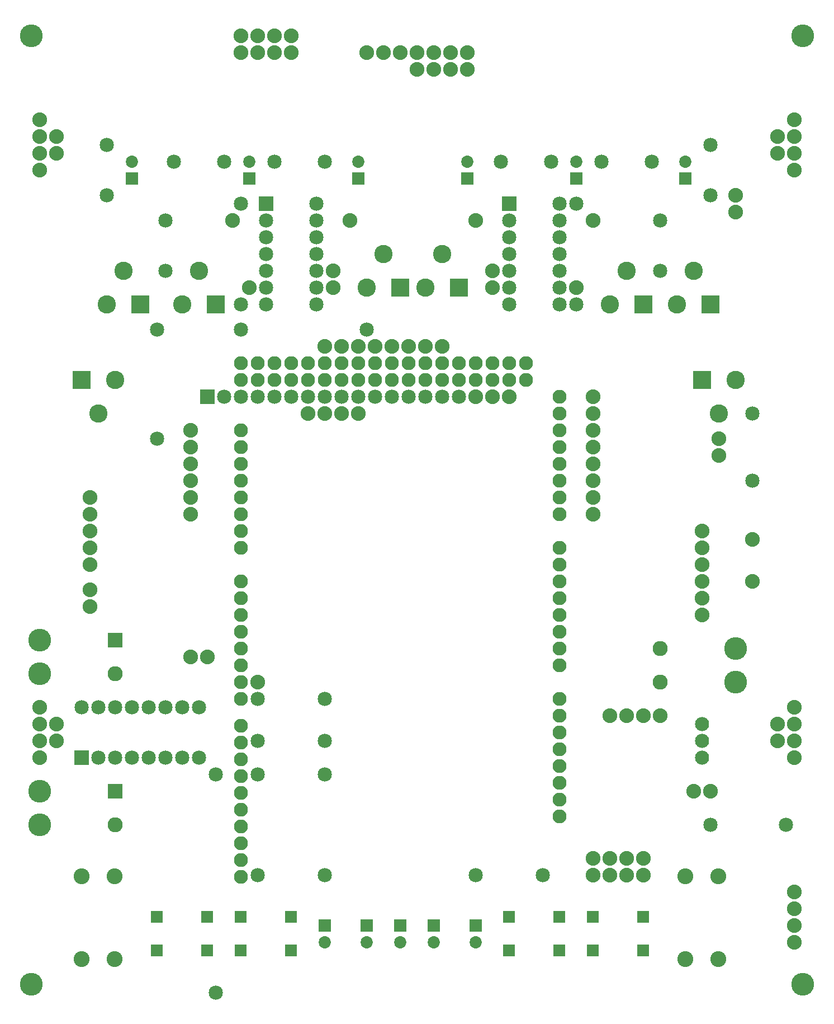
<source format=gbs>
G04 MADE WITH FRITZING*
G04 WWW.FRITZING.ORG*
G04 SINGLE SIDED*
G04 HOLES NOT PLATED*
G04 CONTOUR ON CENTER OF CONTOUR VECTOR*
%ASAXBY*%
%FSLAX23Y23*%
%MOIN*%
%OFA0B0*%
%SFA1.0B1.0*%
%ADD10C,0.135984*%
%ADD11C,0.088000*%
%ADD12C,0.085000*%
%ADD13C,0.109000*%
%ADD14C,0.072992*%
%ADD15C,0.090000*%
%ADD16C,0.082917*%
%ADD17C,0.084000*%
%ADD18C,0.069370*%
%ADD19C,0.095000*%
%ADD20R,0.085000X0.085000*%
%ADD21R,0.109000X0.109000*%
%ADD22R,0.072992X0.072992*%
%ADD23R,0.089986X0.090000*%
%ADD24C,0.030000*%
%ADD25R,0.001000X0.001000*%
%LNMASK0*%
G90*
G70*
G54D10*
X4746Y5823D03*
X146Y5823D03*
X146Y173D03*
X4746Y173D03*
G54D11*
X2146Y5723D03*
X2246Y5723D03*
X2346Y5723D03*
X2446Y5723D03*
X2546Y5723D03*
X2646Y5723D03*
X2746Y5723D03*
X2446Y5623D03*
X2546Y5623D03*
X2646Y5623D03*
X2746Y5623D03*
X4096Y1323D03*
X4196Y1323D03*
X4096Y1323D03*
X4196Y1323D03*
X1096Y2123D03*
X1196Y2123D03*
X1096Y2123D03*
X1196Y2123D03*
X3496Y823D03*
X3596Y823D03*
X3696Y823D03*
X3796Y823D03*
X4146Y2873D03*
X4146Y2773D03*
X4146Y2673D03*
X4146Y2573D03*
X4146Y2473D03*
X4146Y2373D03*
X4146Y2873D03*
X4146Y2773D03*
X4146Y2673D03*
X4146Y2573D03*
X4146Y2473D03*
X4146Y2373D03*
X4696Y423D03*
X4696Y523D03*
X4696Y623D03*
X4696Y723D03*
X3496Y923D03*
X3596Y923D03*
X3696Y923D03*
X3796Y923D03*
X4446Y2573D03*
X4446Y2823D03*
X2896Y4323D03*
X2896Y4423D03*
X2896Y4323D03*
X2896Y4423D03*
X1946Y4323D03*
X1946Y4423D03*
X1946Y4323D03*
X1946Y4423D03*
X3496Y4723D03*
X3396Y4323D03*
X2796Y4723D03*
X2046Y4723D03*
X1346Y4723D03*
X1446Y4323D03*
X1096Y3473D03*
X1096Y3373D03*
X1096Y3273D03*
X1096Y3173D03*
X1096Y3073D03*
X1096Y2973D03*
X1096Y3473D03*
X1096Y3373D03*
X1096Y3273D03*
X1096Y3173D03*
X1096Y3073D03*
X1096Y2973D03*
X3496Y3673D03*
X3496Y3573D03*
X3496Y3473D03*
X3496Y3373D03*
X3496Y3273D03*
X3496Y3173D03*
X3496Y3073D03*
X3496Y2973D03*
X3496Y3673D03*
X3496Y3573D03*
X3496Y3473D03*
X3496Y3373D03*
X3496Y3273D03*
X3496Y3173D03*
X3496Y3073D03*
X3496Y2973D03*
X1896Y3973D03*
X1996Y3973D03*
X2096Y3973D03*
X2196Y3973D03*
X2296Y3973D03*
X2396Y3973D03*
X2496Y3973D03*
X2596Y3973D03*
X1896Y3973D03*
X1996Y3973D03*
X2096Y3973D03*
X2196Y3973D03*
X2296Y3973D03*
X2396Y3973D03*
X2496Y3973D03*
X2596Y3973D03*
X496Y3073D03*
X496Y2973D03*
X496Y2873D03*
X496Y2773D03*
X496Y2673D03*
X496Y3073D03*
X496Y2973D03*
X496Y2873D03*
X496Y2773D03*
X496Y2673D03*
G54D12*
X896Y3423D03*
X896Y4073D03*
G54D11*
X1796Y3573D03*
X1896Y3573D03*
X1996Y3573D03*
X2096Y3573D03*
X496Y2523D03*
X496Y2423D03*
X496Y2523D03*
X496Y2423D03*
G54D12*
X3896Y4423D03*
X3896Y4723D03*
X946Y4423D03*
X946Y4723D03*
G54D11*
X4696Y5023D03*
X4696Y5123D03*
X4696Y5223D03*
X4696Y5323D03*
X4696Y5023D03*
X4696Y5123D03*
X4696Y5223D03*
X4696Y5323D03*
X4696Y1523D03*
X4696Y1623D03*
X4696Y1723D03*
X4696Y1823D03*
X4696Y1523D03*
X4696Y1623D03*
X4696Y1723D03*
X4696Y1823D03*
X196Y1823D03*
X196Y1723D03*
X196Y1623D03*
X196Y1523D03*
X196Y1823D03*
X196Y1723D03*
X196Y1623D03*
X196Y1523D03*
G54D12*
X4196Y1123D03*
X4646Y1123D03*
G54D11*
X4596Y1723D03*
X4596Y1623D03*
X4596Y1723D03*
X4596Y1623D03*
X296Y1723D03*
X296Y1623D03*
X296Y1723D03*
X296Y1623D03*
X196Y5323D03*
X196Y5223D03*
X196Y5123D03*
X196Y5023D03*
X196Y5323D03*
X196Y5223D03*
X196Y5123D03*
X196Y5023D03*
X296Y5223D03*
X296Y5123D03*
X296Y5223D03*
X296Y5123D03*
X4596Y5223D03*
X4596Y5123D03*
X4596Y5223D03*
X4596Y5123D03*
X4346Y4873D03*
X4346Y4773D03*
X4346Y4873D03*
X4346Y4773D03*
G54D12*
X1546Y4823D03*
X1846Y4823D03*
X1546Y4723D03*
X1846Y4723D03*
X1546Y4623D03*
X1846Y4623D03*
X1546Y4523D03*
X1846Y4523D03*
X1546Y4423D03*
X1846Y4423D03*
X1546Y4323D03*
X1846Y4323D03*
X1546Y4223D03*
X1846Y4223D03*
G54D13*
X2496Y4323D03*
X2696Y4323D03*
X2596Y4523D03*
X2496Y4323D03*
X2696Y4323D03*
X2596Y4523D03*
X2146Y4323D03*
X2346Y4323D03*
X2246Y4523D03*
X2146Y4323D03*
X2346Y4323D03*
X2246Y4523D03*
X3996Y4223D03*
X4196Y4223D03*
X4096Y4423D03*
X3996Y4223D03*
X4196Y4223D03*
X4096Y4423D03*
X3596Y4223D03*
X3796Y4223D03*
X3696Y4423D03*
X3596Y4223D03*
X3796Y4223D03*
X3696Y4423D03*
X1046Y4223D03*
X1246Y4223D03*
X1146Y4423D03*
X1046Y4223D03*
X1246Y4223D03*
X1146Y4423D03*
X596Y4223D03*
X796Y4223D03*
X696Y4423D03*
X596Y4223D03*
X796Y4223D03*
X696Y4423D03*
G54D12*
X2146Y4073D03*
X1396Y4073D03*
X3396Y4223D03*
X3396Y4823D03*
X1396Y4223D03*
X1396Y4823D03*
G54D14*
X4046Y4973D03*
X4046Y5071D03*
X4046Y4973D03*
X4046Y5071D03*
X3396Y4973D03*
X3396Y5071D03*
X3396Y4973D03*
X3396Y5071D03*
X2746Y4973D03*
X2746Y5071D03*
X2746Y4973D03*
X2746Y5071D03*
X2096Y4973D03*
X2096Y5071D03*
X2096Y4973D03*
X2096Y5071D03*
X1446Y4973D03*
X1446Y5071D03*
X1446Y4973D03*
X1446Y5071D03*
X746Y4973D03*
X746Y5071D03*
X746Y4973D03*
X746Y5071D03*
G54D12*
X3246Y5073D03*
X2946Y5073D03*
X3246Y5073D03*
X2946Y5073D03*
X3846Y5073D03*
X3546Y5073D03*
X3846Y5073D03*
X3546Y5073D03*
X4196Y5173D03*
X4196Y4873D03*
X4196Y5173D03*
X4196Y4873D03*
X596Y5173D03*
X596Y4873D03*
X596Y5173D03*
X596Y4873D03*
X1896Y5073D03*
X1596Y5073D03*
X1896Y5073D03*
X1596Y5073D03*
X1296Y5073D03*
X996Y5073D03*
X1296Y5073D03*
X996Y5073D03*
G54D15*
X3896Y1973D03*
X3896Y2173D03*
X646Y2223D03*
X646Y2023D03*
X646Y1323D03*
X646Y1123D03*
G54D16*
X3296Y3073D03*
X3296Y1473D03*
X3296Y3173D03*
X3296Y3273D03*
X3296Y3373D03*
X3296Y3473D03*
X1896Y3773D03*
X3296Y3573D03*
X3296Y3673D03*
X1396Y1513D03*
X3296Y2073D03*
X3296Y2173D03*
X3296Y2273D03*
X3296Y2373D03*
X2696Y3773D03*
X3296Y2473D03*
X3296Y2573D03*
X3296Y2673D03*
X3296Y2773D03*
X1396Y2273D03*
X1496Y3773D03*
X2296Y3773D03*
X3096Y3773D03*
X1396Y1113D03*
X3296Y1873D03*
X1396Y1873D03*
X1696Y3773D03*
X2096Y3773D03*
X2496Y3773D03*
X1396Y3473D03*
X2896Y3773D03*
X1396Y3373D03*
X1396Y3273D03*
X1396Y3173D03*
X1396Y3073D03*
X1396Y2973D03*
X1396Y2873D03*
X1396Y2773D03*
X1396Y913D03*
X1396Y1313D03*
X1396Y1713D03*
X3296Y1273D03*
X3296Y1673D03*
X1396Y2473D03*
X1396Y2073D03*
X1396Y3773D03*
X1596Y3773D03*
X1796Y3773D03*
X1996Y3773D03*
X2196Y3773D03*
X2396Y3773D03*
X2596Y3773D03*
X2796Y3773D03*
X2996Y3773D03*
X1396Y813D03*
X1396Y1013D03*
X1396Y1213D03*
X1396Y1413D03*
X1396Y1613D03*
X3296Y1173D03*
X3296Y1373D03*
X3296Y1573D03*
X3296Y1773D03*
X1396Y2573D03*
X1396Y2373D03*
X1396Y2173D03*
X1396Y1973D03*
X1396Y3873D03*
X1496Y3873D03*
X1596Y3873D03*
X1696Y3873D03*
X1796Y3873D03*
X1896Y3873D03*
X1996Y3873D03*
X2096Y3873D03*
X2196Y3873D03*
X2296Y3873D03*
X2396Y3873D03*
X2496Y3873D03*
X2596Y3873D03*
X2696Y3873D03*
X2796Y3873D03*
X2896Y3873D03*
X2996Y3873D03*
X3096Y3873D03*
X3296Y2973D03*
G54D11*
X3896Y1773D03*
X3796Y1773D03*
X3696Y1773D03*
X3596Y1773D03*
X3896Y1773D03*
X3796Y1773D03*
X3696Y1773D03*
X3596Y1773D03*
G54D17*
X4146Y1723D03*
X4146Y1623D03*
X4146Y1523D03*
X4146Y1723D03*
X4146Y1623D03*
X4146Y1523D03*
X4146Y1723D03*
X4146Y1623D03*
X4146Y1523D03*
G54D18*
X3296Y573D03*
X2996Y573D03*
X3296Y373D03*
X2996Y373D03*
X3296Y573D03*
X2996Y573D03*
X3296Y373D03*
X2996Y373D03*
X3296Y573D03*
X2996Y573D03*
X3296Y373D03*
X2996Y373D03*
G54D19*
X4046Y815D03*
X4243Y815D03*
X4243Y323D03*
X4046Y323D03*
X4046Y815D03*
X4243Y815D03*
X4243Y323D03*
X4046Y323D03*
X4046Y815D03*
X4243Y815D03*
X4243Y323D03*
X4046Y323D03*
G54D14*
X1896Y521D03*
X1896Y423D03*
X1896Y521D03*
X1896Y423D03*
X2346Y521D03*
X2346Y423D03*
X2346Y521D03*
X2346Y423D03*
X2146Y521D03*
X2146Y423D03*
X2146Y521D03*
X2146Y423D03*
X2546Y521D03*
X2546Y423D03*
X2546Y521D03*
X2546Y423D03*
X2796Y521D03*
X2796Y423D03*
X2796Y521D03*
X2796Y423D03*
G54D12*
X1896Y823D03*
X1496Y823D03*
X1896Y823D03*
X1496Y823D03*
X1896Y1873D03*
X1496Y1873D03*
X1896Y1873D03*
X1496Y1873D03*
X1896Y1423D03*
X1496Y1423D03*
X1896Y1423D03*
X1496Y1423D03*
X1896Y1623D03*
X1496Y1623D03*
X1896Y1623D03*
X1496Y1623D03*
X2796Y823D03*
X3196Y823D03*
X2796Y823D03*
X3196Y823D03*
X1246Y123D03*
X1246Y1423D03*
X1196Y3673D03*
X1296Y3673D03*
X1396Y3673D03*
X1496Y3673D03*
X1596Y3673D03*
X1696Y3673D03*
X1796Y3673D03*
X1896Y3673D03*
X1996Y3673D03*
X2096Y3673D03*
X2196Y3673D03*
X2296Y3673D03*
X2396Y3673D03*
X2496Y3673D03*
X2596Y3673D03*
X2696Y3673D03*
G54D13*
X646Y3773D03*
X446Y3773D03*
X546Y3573D03*
X646Y3773D03*
X446Y3773D03*
X546Y3573D03*
X4346Y3773D03*
X4146Y3773D03*
X4246Y3573D03*
X4346Y3773D03*
X4146Y3773D03*
X4246Y3573D03*
G54D12*
X4446Y3173D03*
X4446Y3573D03*
X4446Y3173D03*
X4446Y3573D03*
G54D11*
X4246Y3323D03*
X4246Y3423D03*
X4246Y3323D03*
X4246Y3423D03*
G54D12*
X446Y1523D03*
X446Y1823D03*
X546Y1523D03*
X546Y1823D03*
X646Y1523D03*
X646Y1823D03*
X746Y1523D03*
X746Y1823D03*
X846Y1523D03*
X846Y1823D03*
X946Y1523D03*
X946Y1823D03*
X1046Y1523D03*
X1046Y1823D03*
X1146Y1523D03*
X1146Y1823D03*
G54D19*
X446Y815D03*
X643Y815D03*
X643Y323D03*
X446Y323D03*
X446Y815D03*
X643Y815D03*
X643Y323D03*
X446Y323D03*
X446Y815D03*
X643Y815D03*
X643Y323D03*
X446Y323D03*
G54D18*
X1396Y373D03*
X1696Y373D03*
X1396Y573D03*
X1696Y573D03*
X1396Y373D03*
X1696Y373D03*
X1396Y573D03*
X1696Y573D03*
X1396Y373D03*
X1696Y373D03*
X1396Y573D03*
X1696Y573D03*
X896Y373D03*
X1196Y373D03*
X896Y573D03*
X1196Y573D03*
X896Y373D03*
X1196Y373D03*
X896Y573D03*
X1196Y573D03*
X896Y373D03*
X1196Y373D03*
X896Y573D03*
X1196Y573D03*
X3496Y373D03*
X3796Y373D03*
X3496Y573D03*
X3796Y573D03*
X3496Y373D03*
X3796Y373D03*
X3496Y573D03*
X3796Y573D03*
X3496Y373D03*
X3796Y373D03*
X3496Y573D03*
X3796Y573D03*
G54D12*
X2996Y4823D03*
X3296Y4823D03*
X2996Y4723D03*
X3296Y4723D03*
X2996Y4623D03*
X3296Y4623D03*
X2996Y4523D03*
X3296Y4523D03*
X2996Y4423D03*
X3296Y4423D03*
X2996Y4323D03*
X3296Y4323D03*
X2996Y4223D03*
X3296Y4223D03*
G54D10*
X196Y1123D03*
X4346Y1973D03*
X196Y2223D03*
X4346Y2173D03*
X196Y2023D03*
X196Y1323D03*
G54D11*
X1396Y5723D03*
X1496Y5723D03*
X1596Y5723D03*
X1696Y5723D03*
X1396Y5823D03*
X1496Y5823D03*
X1596Y5823D03*
X1696Y5823D03*
X1496Y1973D03*
X2796Y3673D03*
X2896Y3673D03*
X2996Y3673D03*
X2796Y3673D03*
X2896Y3673D03*
X2996Y3673D03*
G54D20*
X1546Y4823D03*
G54D21*
X2696Y4323D03*
X2696Y4323D03*
X2346Y4323D03*
X2346Y4323D03*
X4196Y4223D03*
X4196Y4223D03*
X3796Y4223D03*
X3796Y4223D03*
X1246Y4223D03*
X1246Y4223D03*
X796Y4223D03*
X796Y4223D03*
G54D22*
X4046Y4973D03*
X4046Y4973D03*
X3396Y4973D03*
X3396Y4973D03*
X2746Y4973D03*
X2746Y4973D03*
X2096Y4973D03*
X2096Y4973D03*
X1446Y4973D03*
X1446Y4973D03*
X746Y4973D03*
X746Y4973D03*
G54D23*
X646Y2223D03*
X646Y1323D03*
G54D22*
X1896Y521D03*
X1896Y521D03*
X2346Y521D03*
X2346Y521D03*
X2146Y521D03*
X2146Y521D03*
X2546Y521D03*
X2546Y521D03*
X2796Y521D03*
X2796Y521D03*
G54D20*
X1195Y3673D03*
G54D21*
X446Y3773D03*
X446Y3773D03*
X4146Y3773D03*
X4146Y3773D03*
G54D20*
X446Y1523D03*
X2996Y4823D03*
G54D24*
G36*
X3866Y1943D02*
X3866Y2003D01*
X3926Y2003D01*
X3926Y1943D01*
X3866Y1943D01*
G37*
D02*
G54D25*
X861Y608D02*
X929Y608D01*
X1161Y608D02*
X1229Y608D01*
X1361Y608D02*
X1429Y608D01*
X1661Y608D02*
X1729Y608D01*
X2961Y608D02*
X3029Y608D01*
X3261Y608D02*
X3329Y608D01*
X3461Y608D02*
X3529Y608D01*
X3761Y608D02*
X3829Y608D01*
X861Y607D02*
X929Y607D01*
X1161Y607D02*
X1229Y607D01*
X1361Y607D02*
X1429Y607D01*
X1661Y607D02*
X1729Y607D01*
X2961Y607D02*
X3029Y607D01*
X3261Y607D02*
X3329Y607D01*
X3461Y607D02*
X3529Y607D01*
X3761Y607D02*
X3829Y607D01*
X861Y606D02*
X929Y606D01*
X1161Y606D02*
X1229Y606D01*
X1361Y606D02*
X1429Y606D01*
X1661Y606D02*
X1729Y606D01*
X2961Y606D02*
X3029Y606D01*
X3261Y606D02*
X3329Y606D01*
X3461Y606D02*
X3529Y606D01*
X3761Y606D02*
X3829Y606D01*
X861Y605D02*
X929Y605D01*
X1161Y605D02*
X1229Y605D01*
X1361Y605D02*
X1429Y605D01*
X1661Y605D02*
X1729Y605D01*
X2961Y605D02*
X3029Y605D01*
X3261Y605D02*
X3329Y605D01*
X3461Y605D02*
X3529Y605D01*
X3761Y605D02*
X3829Y605D01*
X861Y604D02*
X929Y604D01*
X1161Y604D02*
X1229Y604D01*
X1361Y604D02*
X1429Y604D01*
X1661Y604D02*
X1729Y604D01*
X2961Y604D02*
X3029Y604D01*
X3261Y604D02*
X3329Y604D01*
X3461Y604D02*
X3529Y604D01*
X3761Y604D02*
X3829Y604D01*
X861Y603D02*
X929Y603D01*
X1161Y603D02*
X1229Y603D01*
X1361Y603D02*
X1429Y603D01*
X1661Y603D02*
X1729Y603D01*
X2961Y603D02*
X3029Y603D01*
X3261Y603D02*
X3329Y603D01*
X3461Y603D02*
X3529Y603D01*
X3761Y603D02*
X3829Y603D01*
X861Y602D02*
X929Y602D01*
X1161Y602D02*
X1229Y602D01*
X1361Y602D02*
X1429Y602D01*
X1661Y602D02*
X1729Y602D01*
X2961Y602D02*
X3029Y602D01*
X3261Y602D02*
X3329Y602D01*
X3461Y602D02*
X3529Y602D01*
X3761Y602D02*
X3829Y602D01*
X861Y601D02*
X929Y601D01*
X1161Y601D02*
X1229Y601D01*
X1361Y601D02*
X1429Y601D01*
X1661Y601D02*
X1729Y601D01*
X2961Y601D02*
X3029Y601D01*
X3261Y601D02*
X3329Y601D01*
X3461Y601D02*
X3529Y601D01*
X3761Y601D02*
X3829Y601D01*
X861Y600D02*
X929Y600D01*
X1161Y600D02*
X1229Y600D01*
X1361Y600D02*
X1429Y600D01*
X1661Y600D02*
X1729Y600D01*
X2961Y600D02*
X3029Y600D01*
X3261Y600D02*
X3329Y600D01*
X3461Y600D02*
X3529Y600D01*
X3761Y600D02*
X3829Y600D01*
X861Y599D02*
X929Y599D01*
X1161Y599D02*
X1229Y599D01*
X1361Y599D02*
X1429Y599D01*
X1661Y599D02*
X1729Y599D01*
X2961Y599D02*
X3029Y599D01*
X3261Y599D02*
X3329Y599D01*
X3461Y599D02*
X3529Y599D01*
X3761Y599D02*
X3829Y599D01*
X861Y598D02*
X929Y598D01*
X1161Y598D02*
X1229Y598D01*
X1361Y598D02*
X1429Y598D01*
X1661Y598D02*
X1729Y598D01*
X2961Y598D02*
X3029Y598D01*
X3261Y598D02*
X3329Y598D01*
X3461Y598D02*
X3529Y598D01*
X3761Y598D02*
X3829Y598D01*
X861Y597D02*
X929Y597D01*
X1161Y597D02*
X1229Y597D01*
X1361Y597D02*
X1429Y597D01*
X1661Y597D02*
X1729Y597D01*
X2961Y597D02*
X3029Y597D01*
X3261Y597D02*
X3329Y597D01*
X3461Y597D02*
X3529Y597D01*
X3761Y597D02*
X3829Y597D01*
X861Y596D02*
X929Y596D01*
X1161Y596D02*
X1229Y596D01*
X1361Y596D02*
X1429Y596D01*
X1661Y596D02*
X1729Y596D01*
X2961Y596D02*
X3029Y596D01*
X3261Y596D02*
X3329Y596D01*
X3461Y596D02*
X3529Y596D01*
X3761Y596D02*
X3829Y596D01*
X861Y595D02*
X929Y595D01*
X1161Y595D02*
X1229Y595D01*
X1361Y595D02*
X1429Y595D01*
X1661Y595D02*
X1729Y595D01*
X2961Y595D02*
X3029Y595D01*
X3261Y595D02*
X3329Y595D01*
X3461Y595D02*
X3529Y595D01*
X3761Y595D02*
X3829Y595D01*
X861Y594D02*
X929Y594D01*
X1161Y594D02*
X1229Y594D01*
X1361Y594D02*
X1429Y594D01*
X1661Y594D02*
X1729Y594D01*
X2961Y594D02*
X3029Y594D01*
X3261Y594D02*
X3329Y594D01*
X3461Y594D02*
X3529Y594D01*
X3761Y594D02*
X3829Y594D01*
X861Y593D02*
X929Y593D01*
X1161Y593D02*
X1229Y593D01*
X1361Y593D02*
X1429Y593D01*
X1661Y593D02*
X1729Y593D01*
X2961Y593D02*
X3029Y593D01*
X3261Y593D02*
X3329Y593D01*
X3461Y593D02*
X3529Y593D01*
X3761Y593D02*
X3829Y593D01*
X861Y592D02*
X929Y592D01*
X1161Y592D02*
X1229Y592D01*
X1361Y592D02*
X1429Y592D01*
X1661Y592D02*
X1729Y592D01*
X2961Y592D02*
X3029Y592D01*
X3261Y592D02*
X3329Y592D01*
X3461Y592D02*
X3529Y592D01*
X3761Y592D02*
X3829Y592D01*
X861Y591D02*
X929Y591D01*
X1161Y591D02*
X1229Y591D01*
X1361Y591D02*
X1429Y591D01*
X1661Y591D02*
X1729Y591D01*
X2961Y591D02*
X3029Y591D01*
X3261Y591D02*
X3329Y591D01*
X3461Y591D02*
X3529Y591D01*
X3761Y591D02*
X3829Y591D01*
X861Y590D02*
X929Y590D01*
X1161Y590D02*
X1229Y590D01*
X1361Y590D02*
X1429Y590D01*
X1661Y590D02*
X1729Y590D01*
X2961Y590D02*
X3029Y590D01*
X3261Y590D02*
X3329Y590D01*
X3461Y590D02*
X3529Y590D01*
X3761Y590D02*
X3829Y590D01*
X861Y589D02*
X929Y589D01*
X1161Y589D02*
X1229Y589D01*
X1361Y589D02*
X1429Y589D01*
X1661Y589D02*
X1729Y589D01*
X2961Y589D02*
X3029Y589D01*
X3261Y589D02*
X3329Y589D01*
X3461Y589D02*
X3529Y589D01*
X3761Y589D02*
X3829Y589D01*
X861Y588D02*
X893Y588D01*
X897Y588D02*
X929Y588D01*
X1161Y588D02*
X1193Y588D01*
X1197Y588D02*
X1229Y588D01*
X1361Y588D02*
X1393Y588D01*
X1397Y588D02*
X1429Y588D01*
X1661Y588D02*
X1693Y588D01*
X1697Y588D02*
X1729Y588D01*
X2961Y588D02*
X2993Y588D01*
X2997Y588D02*
X3029Y588D01*
X3261Y588D02*
X3293Y588D01*
X3297Y588D02*
X3329Y588D01*
X3461Y588D02*
X3493Y588D01*
X3497Y588D02*
X3529Y588D01*
X3761Y588D02*
X3793Y588D01*
X3797Y588D02*
X3829Y588D01*
X861Y587D02*
X889Y587D01*
X901Y587D02*
X929Y587D01*
X1161Y587D02*
X1189Y587D01*
X1201Y587D02*
X1229Y587D01*
X1361Y587D02*
X1389Y587D01*
X1401Y587D02*
X1429Y587D01*
X1661Y587D02*
X1689Y587D01*
X1701Y587D02*
X1729Y587D01*
X2961Y587D02*
X2989Y587D01*
X3001Y587D02*
X3029Y587D01*
X3261Y587D02*
X3289Y587D01*
X3301Y587D02*
X3329Y587D01*
X3461Y587D02*
X3489Y587D01*
X3501Y587D02*
X3529Y587D01*
X3761Y587D02*
X3789Y587D01*
X3801Y587D02*
X3829Y587D01*
X861Y586D02*
X887Y586D01*
X903Y586D02*
X929Y586D01*
X1161Y586D02*
X1187Y586D01*
X1203Y586D02*
X1229Y586D01*
X1361Y586D02*
X1387Y586D01*
X1403Y586D02*
X1429Y586D01*
X1661Y586D02*
X1687Y586D01*
X1703Y586D02*
X1729Y586D01*
X2961Y586D02*
X2987Y586D01*
X3003Y586D02*
X3029Y586D01*
X3261Y586D02*
X3287Y586D01*
X3303Y586D02*
X3329Y586D01*
X3461Y586D02*
X3487Y586D01*
X3503Y586D02*
X3529Y586D01*
X3761Y586D02*
X3787Y586D01*
X3803Y586D02*
X3829Y586D01*
X861Y585D02*
X886Y585D01*
X905Y585D02*
X929Y585D01*
X1161Y585D02*
X1186Y585D01*
X1205Y585D02*
X1229Y585D01*
X1361Y585D02*
X1386Y585D01*
X1405Y585D02*
X1429Y585D01*
X1661Y585D02*
X1686Y585D01*
X1705Y585D02*
X1729Y585D01*
X2961Y585D02*
X2985Y585D01*
X3005Y585D02*
X3029Y585D01*
X3261Y585D02*
X3285Y585D01*
X3305Y585D02*
X3329Y585D01*
X3461Y585D02*
X3485Y585D01*
X3504Y585D02*
X3529Y585D01*
X3761Y585D02*
X3785Y585D01*
X3804Y585D02*
X3829Y585D01*
X861Y584D02*
X884Y584D01*
X906Y584D02*
X929Y584D01*
X1161Y584D02*
X1184Y584D01*
X1206Y584D02*
X1229Y584D01*
X1361Y584D02*
X1384Y584D01*
X1406Y584D02*
X1429Y584D01*
X1661Y584D02*
X1684Y584D01*
X1706Y584D02*
X1729Y584D01*
X2961Y584D02*
X2984Y584D01*
X3006Y584D02*
X3029Y584D01*
X3261Y584D02*
X3284Y584D01*
X3306Y584D02*
X3329Y584D01*
X3461Y584D02*
X3484Y584D01*
X3506Y584D02*
X3529Y584D01*
X3761Y584D02*
X3784Y584D01*
X3806Y584D02*
X3829Y584D01*
X861Y583D02*
X884Y583D01*
X907Y583D02*
X929Y583D01*
X1161Y583D02*
X1183Y583D01*
X1207Y583D02*
X1229Y583D01*
X1361Y583D02*
X1383Y583D01*
X1407Y583D02*
X1429Y583D01*
X1661Y583D02*
X1683Y583D01*
X1707Y583D02*
X1729Y583D01*
X2961Y583D02*
X2983Y583D01*
X3007Y583D02*
X3029Y583D01*
X3261Y583D02*
X3283Y583D01*
X3307Y583D02*
X3329Y583D01*
X3461Y583D02*
X3483Y583D01*
X3507Y583D02*
X3529Y583D01*
X3761Y583D02*
X3783Y583D01*
X3807Y583D02*
X3829Y583D01*
X861Y582D02*
X883Y582D01*
X908Y582D02*
X929Y582D01*
X1161Y582D02*
X1183Y582D01*
X1208Y582D02*
X1229Y582D01*
X1361Y582D02*
X1383Y582D01*
X1408Y582D02*
X1429Y582D01*
X1661Y582D02*
X1683Y582D01*
X1708Y582D02*
X1729Y582D01*
X2961Y582D02*
X2983Y582D01*
X3007Y582D02*
X3029Y582D01*
X3261Y582D02*
X3283Y582D01*
X3307Y582D02*
X3329Y582D01*
X3461Y582D02*
X3483Y582D01*
X3507Y582D02*
X3529Y582D01*
X3761Y582D02*
X3783Y582D01*
X3807Y582D02*
X3829Y582D01*
X861Y581D02*
X882Y581D01*
X908Y581D02*
X929Y581D01*
X1161Y581D02*
X1182Y581D01*
X1208Y581D02*
X1229Y581D01*
X1361Y581D02*
X1382Y581D01*
X1408Y581D02*
X1429Y581D01*
X1661Y581D02*
X1682Y581D01*
X1708Y581D02*
X1729Y581D01*
X2961Y581D02*
X2982Y581D01*
X3008Y581D02*
X3029Y581D01*
X3261Y581D02*
X3282Y581D01*
X3308Y581D02*
X3329Y581D01*
X3461Y581D02*
X3482Y581D01*
X3508Y581D02*
X3529Y581D01*
X3761Y581D02*
X3782Y581D01*
X3808Y581D02*
X3829Y581D01*
X861Y580D02*
X881Y580D01*
X909Y580D02*
X929Y580D01*
X1161Y580D02*
X1181Y580D01*
X1209Y580D02*
X1229Y580D01*
X1361Y580D02*
X1381Y580D01*
X1409Y580D02*
X1429Y580D01*
X1661Y580D02*
X1681Y580D01*
X1709Y580D02*
X1729Y580D01*
X2961Y580D02*
X2981Y580D01*
X3009Y580D02*
X3029Y580D01*
X3261Y580D02*
X3281Y580D01*
X3309Y580D02*
X3329Y580D01*
X3461Y580D02*
X3481Y580D01*
X3509Y580D02*
X3529Y580D01*
X3761Y580D02*
X3781Y580D01*
X3809Y580D02*
X3829Y580D01*
X861Y579D02*
X881Y579D01*
X909Y579D02*
X929Y579D01*
X1161Y579D02*
X1181Y579D01*
X1209Y579D02*
X1229Y579D01*
X1361Y579D02*
X1381Y579D01*
X1409Y579D02*
X1429Y579D01*
X1661Y579D02*
X1681Y579D01*
X1709Y579D02*
X1729Y579D01*
X2961Y579D02*
X2981Y579D01*
X3009Y579D02*
X3029Y579D01*
X3261Y579D02*
X3281Y579D01*
X3309Y579D02*
X3329Y579D01*
X3461Y579D02*
X3481Y579D01*
X3509Y579D02*
X3529Y579D01*
X3761Y579D02*
X3781Y579D01*
X3809Y579D02*
X3829Y579D01*
X861Y578D02*
X881Y578D01*
X910Y578D02*
X929Y578D01*
X1161Y578D02*
X1181Y578D01*
X1210Y578D02*
X1229Y578D01*
X1361Y578D02*
X1381Y578D01*
X1410Y578D02*
X1429Y578D01*
X1661Y578D02*
X1681Y578D01*
X1710Y578D02*
X1729Y578D01*
X2961Y578D02*
X2981Y578D01*
X3009Y578D02*
X3029Y578D01*
X3261Y578D02*
X3281Y578D01*
X3309Y578D02*
X3329Y578D01*
X3461Y578D02*
X3480Y578D01*
X3509Y578D02*
X3529Y578D01*
X3761Y578D02*
X3780Y578D01*
X3809Y578D02*
X3829Y578D01*
X861Y577D02*
X880Y577D01*
X910Y577D02*
X929Y577D01*
X1161Y577D02*
X1180Y577D01*
X1210Y577D02*
X1229Y577D01*
X1361Y577D02*
X1380Y577D01*
X1410Y577D02*
X1429Y577D01*
X1661Y577D02*
X1680Y577D01*
X1710Y577D02*
X1729Y577D01*
X2961Y577D02*
X2980Y577D01*
X3010Y577D02*
X3029Y577D01*
X3261Y577D02*
X3280Y577D01*
X3310Y577D02*
X3329Y577D01*
X3461Y577D02*
X3480Y577D01*
X3510Y577D02*
X3529Y577D01*
X3761Y577D02*
X3780Y577D01*
X3810Y577D02*
X3829Y577D01*
X861Y576D02*
X880Y576D01*
X910Y576D02*
X929Y576D01*
X1161Y576D02*
X1180Y576D01*
X1210Y576D02*
X1229Y576D01*
X1361Y576D02*
X1380Y576D01*
X1410Y576D02*
X1429Y576D01*
X1661Y576D02*
X1680Y576D01*
X1710Y576D02*
X1729Y576D01*
X2961Y576D02*
X2980Y576D01*
X3010Y576D02*
X3029Y576D01*
X3261Y576D02*
X3280Y576D01*
X3310Y576D02*
X3329Y576D01*
X3461Y576D02*
X3480Y576D01*
X3510Y576D02*
X3529Y576D01*
X3761Y576D02*
X3780Y576D01*
X3810Y576D02*
X3829Y576D01*
X861Y575D02*
X880Y575D01*
X910Y575D02*
X929Y575D01*
X1161Y575D02*
X1180Y575D01*
X1210Y575D02*
X1229Y575D01*
X1361Y575D02*
X1380Y575D01*
X1410Y575D02*
X1429Y575D01*
X1661Y575D02*
X1680Y575D01*
X1710Y575D02*
X1729Y575D01*
X2961Y575D02*
X2980Y575D01*
X3010Y575D02*
X3029Y575D01*
X3261Y575D02*
X3280Y575D01*
X3310Y575D02*
X3329Y575D01*
X3461Y575D02*
X3480Y575D01*
X3510Y575D02*
X3529Y575D01*
X3761Y575D02*
X3780Y575D01*
X3810Y575D02*
X3829Y575D01*
X861Y574D02*
X880Y574D01*
X910Y574D02*
X929Y574D01*
X1161Y574D02*
X1180Y574D01*
X1210Y574D02*
X1229Y574D01*
X1361Y574D02*
X1380Y574D01*
X1410Y574D02*
X1429Y574D01*
X1661Y574D02*
X1680Y574D01*
X1710Y574D02*
X1729Y574D01*
X2961Y574D02*
X2980Y574D01*
X3010Y574D02*
X3029Y574D01*
X3261Y574D02*
X3280Y574D01*
X3310Y574D02*
X3329Y574D01*
X3461Y574D02*
X3480Y574D01*
X3510Y574D02*
X3529Y574D01*
X3761Y574D02*
X3780Y574D01*
X3810Y574D02*
X3829Y574D01*
X861Y573D02*
X880Y573D01*
X910Y573D02*
X929Y573D01*
X1161Y573D02*
X1180Y573D01*
X1210Y573D02*
X1229Y573D01*
X1361Y573D02*
X1380Y573D01*
X1410Y573D02*
X1429Y573D01*
X1661Y573D02*
X1680Y573D01*
X1710Y573D02*
X1729Y573D01*
X2961Y573D02*
X2980Y573D01*
X3010Y573D02*
X3029Y573D01*
X3261Y573D02*
X3280Y573D01*
X3310Y573D02*
X3329Y573D01*
X3461Y573D02*
X3480Y573D01*
X3510Y573D02*
X3529Y573D01*
X3761Y573D02*
X3780Y573D01*
X3810Y573D02*
X3829Y573D01*
X861Y572D02*
X880Y572D01*
X910Y572D02*
X929Y572D01*
X1161Y572D02*
X1180Y572D01*
X1210Y572D02*
X1229Y572D01*
X1361Y572D02*
X1380Y572D01*
X1410Y572D02*
X1429Y572D01*
X1661Y572D02*
X1680Y572D01*
X1710Y572D02*
X1729Y572D01*
X2961Y572D02*
X2980Y572D01*
X3010Y572D02*
X3029Y572D01*
X3261Y572D02*
X3280Y572D01*
X3310Y572D02*
X3329Y572D01*
X3461Y572D02*
X3480Y572D01*
X3510Y572D02*
X3529Y572D01*
X3761Y572D02*
X3780Y572D01*
X3810Y572D02*
X3829Y572D01*
X861Y571D02*
X880Y571D01*
X910Y571D02*
X929Y571D01*
X1161Y571D02*
X1180Y571D01*
X1210Y571D02*
X1229Y571D01*
X1361Y571D02*
X1380Y571D01*
X1410Y571D02*
X1429Y571D01*
X1661Y571D02*
X1680Y571D01*
X1710Y571D02*
X1729Y571D01*
X2961Y571D02*
X2980Y571D01*
X3010Y571D02*
X3029Y571D01*
X3261Y571D02*
X3280Y571D01*
X3310Y571D02*
X3329Y571D01*
X3461Y571D02*
X3480Y571D01*
X3510Y571D02*
X3529Y571D01*
X3761Y571D02*
X3780Y571D01*
X3810Y571D02*
X3829Y571D01*
X861Y570D02*
X880Y570D01*
X910Y570D02*
X929Y570D01*
X1161Y570D02*
X1180Y570D01*
X1210Y570D02*
X1229Y570D01*
X1361Y570D02*
X1380Y570D01*
X1410Y570D02*
X1429Y570D01*
X1661Y570D02*
X1680Y570D01*
X1710Y570D02*
X1729Y570D01*
X2961Y570D02*
X2980Y570D01*
X3010Y570D02*
X3029Y570D01*
X3261Y570D02*
X3280Y570D01*
X3310Y570D02*
X3329Y570D01*
X3461Y570D02*
X3480Y570D01*
X3510Y570D02*
X3529Y570D01*
X3761Y570D02*
X3780Y570D01*
X3810Y570D02*
X3829Y570D01*
X861Y569D02*
X881Y569D01*
X910Y569D02*
X929Y569D01*
X1161Y569D02*
X1181Y569D01*
X1210Y569D02*
X1229Y569D01*
X1361Y569D02*
X1381Y569D01*
X1410Y569D02*
X1429Y569D01*
X1661Y569D02*
X1681Y569D01*
X1710Y569D02*
X1729Y569D01*
X2961Y569D02*
X2980Y569D01*
X3010Y569D02*
X3029Y569D01*
X3261Y569D02*
X3280Y569D01*
X3309Y569D02*
X3329Y569D01*
X3461Y569D02*
X3480Y569D01*
X3509Y569D02*
X3529Y569D01*
X3761Y569D02*
X3780Y569D01*
X3809Y569D02*
X3829Y569D01*
X861Y568D02*
X881Y568D01*
X909Y568D02*
X929Y568D01*
X1161Y568D02*
X1181Y568D01*
X1209Y568D02*
X1229Y568D01*
X1361Y568D02*
X1381Y568D01*
X1409Y568D02*
X1429Y568D01*
X1661Y568D02*
X1681Y568D01*
X1709Y568D02*
X1729Y568D01*
X2961Y568D02*
X2981Y568D01*
X3009Y568D02*
X3029Y568D01*
X3261Y568D02*
X3281Y568D01*
X3309Y568D02*
X3329Y568D01*
X3461Y568D02*
X3481Y568D01*
X3509Y568D02*
X3529Y568D01*
X3761Y568D02*
X3781Y568D01*
X3809Y568D02*
X3829Y568D01*
X861Y567D02*
X881Y567D01*
X909Y567D02*
X929Y567D01*
X1161Y567D02*
X1181Y567D01*
X1209Y567D02*
X1229Y567D01*
X1361Y567D02*
X1381Y567D01*
X1409Y567D02*
X1429Y567D01*
X1661Y567D02*
X1681Y567D01*
X1709Y567D02*
X1729Y567D01*
X2961Y567D02*
X2981Y567D01*
X3009Y567D02*
X3029Y567D01*
X3261Y567D02*
X3281Y567D01*
X3309Y567D02*
X3329Y567D01*
X3461Y567D02*
X3481Y567D01*
X3509Y567D02*
X3529Y567D01*
X3761Y567D02*
X3781Y567D01*
X3809Y567D02*
X3829Y567D01*
X861Y566D02*
X882Y566D01*
X908Y566D02*
X929Y566D01*
X1161Y566D02*
X1182Y566D01*
X1208Y566D02*
X1229Y566D01*
X1361Y566D02*
X1382Y566D01*
X1408Y566D02*
X1429Y566D01*
X1661Y566D02*
X1682Y566D01*
X1708Y566D02*
X1729Y566D01*
X2961Y566D02*
X2982Y566D01*
X3008Y566D02*
X3029Y566D01*
X3261Y566D02*
X3282Y566D01*
X3308Y566D02*
X3329Y566D01*
X3461Y566D02*
X3482Y566D01*
X3508Y566D02*
X3529Y566D01*
X3761Y566D02*
X3782Y566D01*
X3808Y566D02*
X3829Y566D01*
X861Y565D02*
X883Y565D01*
X908Y565D02*
X929Y565D01*
X1161Y565D02*
X1183Y565D01*
X1208Y565D02*
X1229Y565D01*
X1361Y565D02*
X1383Y565D01*
X1408Y565D02*
X1429Y565D01*
X1661Y565D02*
X1683Y565D01*
X1708Y565D02*
X1729Y565D01*
X2961Y565D02*
X2982Y565D01*
X3008Y565D02*
X3029Y565D01*
X3261Y565D02*
X3282Y565D01*
X3307Y565D02*
X3329Y565D01*
X3461Y565D02*
X3482Y565D01*
X3507Y565D02*
X3529Y565D01*
X3761Y565D02*
X3782Y565D01*
X3807Y565D02*
X3829Y565D01*
X861Y564D02*
X883Y564D01*
X907Y564D02*
X929Y564D01*
X1161Y564D02*
X1183Y564D01*
X1207Y564D02*
X1229Y564D01*
X1361Y564D02*
X1383Y564D01*
X1407Y564D02*
X1429Y564D01*
X1661Y564D02*
X1683Y564D01*
X1707Y564D02*
X1729Y564D01*
X2961Y564D02*
X2983Y564D01*
X3007Y564D02*
X3029Y564D01*
X3261Y564D02*
X3283Y564D01*
X3307Y564D02*
X3329Y564D01*
X3461Y564D02*
X3483Y564D01*
X3507Y564D02*
X3529Y564D01*
X3761Y564D02*
X3783Y564D01*
X3807Y564D02*
X3829Y564D01*
X861Y563D02*
X884Y563D01*
X906Y563D02*
X929Y563D01*
X1161Y563D02*
X1184Y563D01*
X1206Y563D02*
X1229Y563D01*
X1361Y563D02*
X1384Y563D01*
X1406Y563D02*
X1429Y563D01*
X1661Y563D02*
X1684Y563D01*
X1706Y563D02*
X1729Y563D01*
X2961Y563D02*
X2984Y563D01*
X3006Y563D02*
X3029Y563D01*
X3261Y563D02*
X3284Y563D01*
X3306Y563D02*
X3329Y563D01*
X3461Y563D02*
X3484Y563D01*
X3506Y563D02*
X3529Y563D01*
X3761Y563D02*
X3784Y563D01*
X3806Y563D02*
X3829Y563D01*
X861Y562D02*
X885Y562D01*
X905Y562D02*
X929Y562D01*
X1161Y562D02*
X1185Y562D01*
X1205Y562D02*
X1229Y562D01*
X1361Y562D02*
X1385Y562D01*
X1405Y562D02*
X1429Y562D01*
X1661Y562D02*
X1685Y562D01*
X1705Y562D02*
X1729Y562D01*
X2961Y562D02*
X2985Y562D01*
X3005Y562D02*
X3029Y562D01*
X3261Y562D02*
X3285Y562D01*
X3305Y562D02*
X3329Y562D01*
X3461Y562D02*
X3485Y562D01*
X3505Y562D02*
X3529Y562D01*
X3761Y562D02*
X3785Y562D01*
X3805Y562D02*
X3829Y562D01*
X861Y561D02*
X887Y561D01*
X903Y561D02*
X929Y561D01*
X1161Y561D02*
X1187Y561D01*
X1203Y561D02*
X1229Y561D01*
X1361Y561D02*
X1387Y561D01*
X1403Y561D02*
X1429Y561D01*
X1661Y561D02*
X1687Y561D01*
X1703Y561D02*
X1729Y561D01*
X2961Y561D02*
X2987Y561D01*
X3003Y561D02*
X3029Y561D01*
X3261Y561D02*
X3287Y561D01*
X3303Y561D02*
X3329Y561D01*
X3461Y561D02*
X3487Y561D01*
X3503Y561D02*
X3529Y561D01*
X3761Y561D02*
X3787Y561D01*
X3803Y561D02*
X3829Y561D01*
X861Y560D02*
X889Y560D01*
X902Y560D02*
X929Y560D01*
X1161Y560D02*
X1189Y560D01*
X1202Y560D02*
X1229Y560D01*
X1361Y560D02*
X1389Y560D01*
X1402Y560D02*
X1429Y560D01*
X1661Y560D02*
X1689Y560D01*
X1702Y560D02*
X1729Y560D01*
X2961Y560D02*
X2988Y560D01*
X3002Y560D02*
X3029Y560D01*
X3261Y560D02*
X3288Y560D01*
X3302Y560D02*
X3329Y560D01*
X3461Y560D02*
X3488Y560D01*
X3502Y560D02*
X3529Y560D01*
X3761Y560D02*
X3788Y560D01*
X3802Y560D02*
X3829Y560D01*
X861Y559D02*
X892Y559D01*
X898Y559D02*
X929Y559D01*
X1161Y559D02*
X1192Y559D01*
X1198Y559D02*
X1229Y559D01*
X1361Y559D02*
X1392Y559D01*
X1398Y559D02*
X1429Y559D01*
X1661Y559D02*
X1692Y559D01*
X1698Y559D02*
X1729Y559D01*
X2961Y559D02*
X2992Y559D01*
X2998Y559D02*
X3029Y559D01*
X3261Y559D02*
X3292Y559D01*
X3298Y559D02*
X3329Y559D01*
X3461Y559D02*
X3492Y559D01*
X3498Y559D02*
X3529Y559D01*
X3761Y559D02*
X3792Y559D01*
X3798Y559D02*
X3829Y559D01*
X861Y558D02*
X929Y558D01*
X1161Y558D02*
X1229Y558D01*
X1361Y558D02*
X1429Y558D01*
X1661Y558D02*
X1729Y558D01*
X2961Y558D02*
X3029Y558D01*
X3261Y558D02*
X3329Y558D01*
X3461Y558D02*
X3529Y558D01*
X3761Y558D02*
X3829Y558D01*
X861Y557D02*
X929Y557D01*
X1161Y557D02*
X1229Y557D01*
X1361Y557D02*
X1429Y557D01*
X1661Y557D02*
X1729Y557D01*
X2961Y557D02*
X3029Y557D01*
X3261Y557D02*
X3329Y557D01*
X3461Y557D02*
X3529Y557D01*
X3761Y557D02*
X3829Y557D01*
X861Y556D02*
X929Y556D01*
X1161Y556D02*
X1229Y556D01*
X1361Y556D02*
X1429Y556D01*
X1661Y556D02*
X1729Y556D01*
X2961Y556D02*
X3029Y556D01*
X3261Y556D02*
X3329Y556D01*
X3461Y556D02*
X3529Y556D01*
X3761Y556D02*
X3829Y556D01*
X861Y555D02*
X929Y555D01*
X1161Y555D02*
X1229Y555D01*
X1361Y555D02*
X1429Y555D01*
X1661Y555D02*
X1729Y555D01*
X2961Y555D02*
X3029Y555D01*
X3261Y555D02*
X3329Y555D01*
X3461Y555D02*
X3529Y555D01*
X3761Y555D02*
X3829Y555D01*
X861Y554D02*
X929Y554D01*
X1161Y554D02*
X1229Y554D01*
X1361Y554D02*
X1429Y554D01*
X1661Y554D02*
X1729Y554D01*
X2961Y554D02*
X3029Y554D01*
X3261Y554D02*
X3329Y554D01*
X3461Y554D02*
X3529Y554D01*
X3761Y554D02*
X3829Y554D01*
X861Y553D02*
X929Y553D01*
X1161Y553D02*
X1229Y553D01*
X1361Y553D02*
X1429Y553D01*
X1661Y553D02*
X1729Y553D01*
X2961Y553D02*
X3029Y553D01*
X3261Y553D02*
X3329Y553D01*
X3461Y553D02*
X3529Y553D01*
X3761Y553D02*
X3829Y553D01*
X861Y552D02*
X929Y552D01*
X1161Y552D02*
X1229Y552D01*
X1361Y552D02*
X1429Y552D01*
X1661Y552D02*
X1729Y552D01*
X2961Y552D02*
X3029Y552D01*
X3261Y552D02*
X3329Y552D01*
X3461Y552D02*
X3529Y552D01*
X3761Y552D02*
X3829Y552D01*
X861Y551D02*
X929Y551D01*
X1161Y551D02*
X1229Y551D01*
X1361Y551D02*
X1429Y551D01*
X1661Y551D02*
X1729Y551D01*
X2961Y551D02*
X3029Y551D01*
X3261Y551D02*
X3329Y551D01*
X3461Y551D02*
X3529Y551D01*
X3761Y551D02*
X3829Y551D01*
X861Y550D02*
X929Y550D01*
X1161Y550D02*
X1229Y550D01*
X1361Y550D02*
X1429Y550D01*
X1661Y550D02*
X1729Y550D01*
X2961Y550D02*
X3029Y550D01*
X3261Y550D02*
X3329Y550D01*
X3461Y550D02*
X3529Y550D01*
X3761Y550D02*
X3829Y550D01*
X861Y549D02*
X929Y549D01*
X1161Y549D02*
X1229Y549D01*
X1361Y549D02*
X1429Y549D01*
X1661Y549D02*
X1729Y549D01*
X2961Y549D02*
X3029Y549D01*
X3261Y549D02*
X3329Y549D01*
X3461Y549D02*
X3529Y549D01*
X3761Y549D02*
X3829Y549D01*
X861Y548D02*
X929Y548D01*
X1161Y548D02*
X1229Y548D01*
X1361Y548D02*
X1429Y548D01*
X1661Y548D02*
X1729Y548D01*
X2961Y548D02*
X3029Y548D01*
X3261Y548D02*
X3329Y548D01*
X3461Y548D02*
X3529Y548D01*
X3761Y548D02*
X3829Y548D01*
X861Y547D02*
X929Y547D01*
X1161Y547D02*
X1229Y547D01*
X1361Y547D02*
X1429Y547D01*
X1661Y547D02*
X1729Y547D01*
X2961Y547D02*
X3029Y547D01*
X3261Y547D02*
X3329Y547D01*
X3461Y547D02*
X3529Y547D01*
X3761Y547D02*
X3829Y547D01*
X861Y546D02*
X929Y546D01*
X1161Y546D02*
X1229Y546D01*
X1361Y546D02*
X1429Y546D01*
X1661Y546D02*
X1729Y546D01*
X2961Y546D02*
X3029Y546D01*
X3261Y546D02*
X3329Y546D01*
X3461Y546D02*
X3529Y546D01*
X3761Y546D02*
X3829Y546D01*
X861Y545D02*
X929Y545D01*
X1161Y545D02*
X1229Y545D01*
X1361Y545D02*
X1429Y545D01*
X1661Y545D02*
X1729Y545D01*
X2961Y545D02*
X3029Y545D01*
X3261Y545D02*
X3329Y545D01*
X3461Y545D02*
X3529Y545D01*
X3761Y545D02*
X3829Y545D01*
X861Y544D02*
X929Y544D01*
X1161Y544D02*
X1229Y544D01*
X1361Y544D02*
X1429Y544D01*
X1661Y544D02*
X1729Y544D01*
X2961Y544D02*
X3029Y544D01*
X3261Y544D02*
X3329Y544D01*
X3461Y544D02*
X3529Y544D01*
X3761Y544D02*
X3829Y544D01*
X861Y543D02*
X929Y543D01*
X1161Y543D02*
X1229Y543D01*
X1361Y543D02*
X1429Y543D01*
X1661Y543D02*
X1729Y543D01*
X2961Y543D02*
X3029Y543D01*
X3261Y543D02*
X3329Y543D01*
X3461Y543D02*
X3529Y543D01*
X3761Y543D02*
X3829Y543D01*
X861Y542D02*
X929Y542D01*
X1161Y542D02*
X1229Y542D01*
X1361Y542D02*
X1429Y542D01*
X1661Y542D02*
X1729Y542D01*
X2961Y542D02*
X3029Y542D01*
X3261Y542D02*
X3329Y542D01*
X3461Y542D02*
X3529Y542D01*
X3761Y542D02*
X3829Y542D01*
X861Y541D02*
X929Y541D01*
X1161Y541D02*
X1229Y541D01*
X1361Y541D02*
X1429Y541D01*
X1661Y541D02*
X1729Y541D01*
X2961Y541D02*
X3029Y541D01*
X3261Y541D02*
X3329Y541D01*
X3461Y541D02*
X3529Y541D01*
X3761Y541D02*
X3829Y541D01*
X861Y540D02*
X929Y540D01*
X1161Y540D02*
X1229Y540D01*
X1361Y540D02*
X1429Y540D01*
X1661Y540D02*
X1729Y540D01*
X2961Y540D02*
X3029Y540D01*
X3261Y540D02*
X3329Y540D01*
X3461Y540D02*
X3529Y540D01*
X3761Y540D02*
X3829Y540D01*
X861Y539D02*
X929Y539D01*
X1161Y539D02*
X1229Y539D01*
X1361Y539D02*
X1429Y539D01*
X1661Y539D02*
X1729Y539D01*
X2961Y539D02*
X3029Y539D01*
X3261Y539D02*
X3329Y539D01*
X3461Y539D02*
X3529Y539D01*
X3761Y539D02*
X3829Y539D01*
X861Y408D02*
X929Y408D01*
X1161Y408D02*
X1229Y408D01*
X1361Y408D02*
X1429Y408D01*
X1661Y408D02*
X1729Y408D01*
X2961Y408D02*
X3029Y408D01*
X3261Y408D02*
X3329Y408D01*
X3461Y408D02*
X3529Y408D01*
X3761Y408D02*
X3829Y408D01*
X861Y407D02*
X929Y407D01*
X1161Y407D02*
X1229Y407D01*
X1361Y407D02*
X1429Y407D01*
X1661Y407D02*
X1729Y407D01*
X2961Y407D02*
X3029Y407D01*
X3261Y407D02*
X3329Y407D01*
X3461Y407D02*
X3529Y407D01*
X3761Y407D02*
X3829Y407D01*
X861Y406D02*
X929Y406D01*
X1161Y406D02*
X1229Y406D01*
X1361Y406D02*
X1429Y406D01*
X1661Y406D02*
X1729Y406D01*
X2961Y406D02*
X3029Y406D01*
X3261Y406D02*
X3329Y406D01*
X3461Y406D02*
X3529Y406D01*
X3761Y406D02*
X3829Y406D01*
X861Y405D02*
X929Y405D01*
X1161Y405D02*
X1229Y405D01*
X1361Y405D02*
X1429Y405D01*
X1661Y405D02*
X1729Y405D01*
X2961Y405D02*
X3029Y405D01*
X3261Y405D02*
X3329Y405D01*
X3461Y405D02*
X3529Y405D01*
X3761Y405D02*
X3829Y405D01*
X861Y404D02*
X929Y404D01*
X1161Y404D02*
X1229Y404D01*
X1361Y404D02*
X1429Y404D01*
X1661Y404D02*
X1729Y404D01*
X2961Y404D02*
X3029Y404D01*
X3261Y404D02*
X3329Y404D01*
X3461Y404D02*
X3529Y404D01*
X3761Y404D02*
X3829Y404D01*
X861Y403D02*
X929Y403D01*
X1161Y403D02*
X1229Y403D01*
X1361Y403D02*
X1429Y403D01*
X1661Y403D02*
X1729Y403D01*
X2961Y403D02*
X3029Y403D01*
X3261Y403D02*
X3329Y403D01*
X3461Y403D02*
X3529Y403D01*
X3761Y403D02*
X3829Y403D01*
X861Y402D02*
X929Y402D01*
X1161Y402D02*
X1229Y402D01*
X1361Y402D02*
X1429Y402D01*
X1661Y402D02*
X1729Y402D01*
X2961Y402D02*
X3029Y402D01*
X3261Y402D02*
X3329Y402D01*
X3461Y402D02*
X3529Y402D01*
X3761Y402D02*
X3829Y402D01*
X861Y401D02*
X929Y401D01*
X1161Y401D02*
X1229Y401D01*
X1361Y401D02*
X1429Y401D01*
X1661Y401D02*
X1729Y401D01*
X2961Y401D02*
X3029Y401D01*
X3261Y401D02*
X3329Y401D01*
X3461Y401D02*
X3529Y401D01*
X3761Y401D02*
X3829Y401D01*
X861Y400D02*
X929Y400D01*
X1161Y400D02*
X1229Y400D01*
X1361Y400D02*
X1429Y400D01*
X1661Y400D02*
X1729Y400D01*
X2961Y400D02*
X3029Y400D01*
X3261Y400D02*
X3329Y400D01*
X3461Y400D02*
X3529Y400D01*
X3761Y400D02*
X3829Y400D01*
X861Y399D02*
X929Y399D01*
X1161Y399D02*
X1229Y399D01*
X1361Y399D02*
X1429Y399D01*
X1661Y399D02*
X1729Y399D01*
X2961Y399D02*
X3029Y399D01*
X3261Y399D02*
X3329Y399D01*
X3461Y399D02*
X3529Y399D01*
X3761Y399D02*
X3829Y399D01*
X861Y398D02*
X929Y398D01*
X1161Y398D02*
X1229Y398D01*
X1361Y398D02*
X1429Y398D01*
X1661Y398D02*
X1729Y398D01*
X2961Y398D02*
X3029Y398D01*
X3261Y398D02*
X3329Y398D01*
X3461Y398D02*
X3529Y398D01*
X3761Y398D02*
X3829Y398D01*
X861Y397D02*
X929Y397D01*
X1161Y397D02*
X1229Y397D01*
X1361Y397D02*
X1429Y397D01*
X1661Y397D02*
X1729Y397D01*
X2961Y397D02*
X3029Y397D01*
X3261Y397D02*
X3329Y397D01*
X3461Y397D02*
X3529Y397D01*
X3761Y397D02*
X3829Y397D01*
X861Y396D02*
X929Y396D01*
X1161Y396D02*
X1229Y396D01*
X1361Y396D02*
X1429Y396D01*
X1661Y396D02*
X1729Y396D01*
X2961Y396D02*
X3029Y396D01*
X3261Y396D02*
X3329Y396D01*
X3461Y396D02*
X3529Y396D01*
X3761Y396D02*
X3829Y396D01*
X861Y395D02*
X929Y395D01*
X1161Y395D02*
X1229Y395D01*
X1361Y395D02*
X1429Y395D01*
X1661Y395D02*
X1729Y395D01*
X2961Y395D02*
X3029Y395D01*
X3261Y395D02*
X3329Y395D01*
X3461Y395D02*
X3529Y395D01*
X3761Y395D02*
X3829Y395D01*
X861Y394D02*
X929Y394D01*
X1161Y394D02*
X1229Y394D01*
X1361Y394D02*
X1429Y394D01*
X1661Y394D02*
X1729Y394D01*
X2961Y394D02*
X3029Y394D01*
X3261Y394D02*
X3329Y394D01*
X3461Y394D02*
X3529Y394D01*
X3761Y394D02*
X3829Y394D01*
X861Y393D02*
X929Y393D01*
X1161Y393D02*
X1229Y393D01*
X1361Y393D02*
X1429Y393D01*
X1661Y393D02*
X1729Y393D01*
X2961Y393D02*
X3029Y393D01*
X3261Y393D02*
X3329Y393D01*
X3461Y393D02*
X3529Y393D01*
X3761Y393D02*
X3829Y393D01*
X861Y392D02*
X929Y392D01*
X1161Y392D02*
X1229Y392D01*
X1361Y392D02*
X1429Y392D01*
X1661Y392D02*
X1729Y392D01*
X2961Y392D02*
X3029Y392D01*
X3261Y392D02*
X3329Y392D01*
X3461Y392D02*
X3529Y392D01*
X3761Y392D02*
X3829Y392D01*
X861Y391D02*
X929Y391D01*
X1161Y391D02*
X1229Y391D01*
X1361Y391D02*
X1429Y391D01*
X1661Y391D02*
X1729Y391D01*
X2961Y391D02*
X3029Y391D01*
X3261Y391D02*
X3329Y391D01*
X3461Y391D02*
X3529Y391D01*
X3761Y391D02*
X3829Y391D01*
X861Y390D02*
X929Y390D01*
X1161Y390D02*
X1229Y390D01*
X1361Y390D02*
X1429Y390D01*
X1661Y390D02*
X1729Y390D01*
X2961Y390D02*
X3029Y390D01*
X3261Y390D02*
X3329Y390D01*
X3461Y390D02*
X3529Y390D01*
X3761Y390D02*
X3829Y390D01*
X861Y389D02*
X929Y389D01*
X1161Y389D02*
X1229Y389D01*
X1361Y389D02*
X1429Y389D01*
X1661Y389D02*
X1729Y389D01*
X2961Y389D02*
X3029Y389D01*
X3261Y389D02*
X3329Y389D01*
X3461Y389D02*
X3529Y389D01*
X3761Y389D02*
X3829Y389D01*
X861Y388D02*
X893Y388D01*
X897Y388D02*
X929Y388D01*
X1161Y388D02*
X1193Y388D01*
X1197Y388D02*
X1229Y388D01*
X1361Y388D02*
X1393Y388D01*
X1397Y388D02*
X1429Y388D01*
X1661Y388D02*
X1693Y388D01*
X1697Y388D02*
X1729Y388D01*
X2961Y388D02*
X2993Y388D01*
X2997Y388D02*
X3029Y388D01*
X3261Y388D02*
X3293Y388D01*
X3297Y388D02*
X3329Y388D01*
X3461Y388D02*
X3493Y388D01*
X3497Y388D02*
X3529Y388D01*
X3761Y388D02*
X3793Y388D01*
X3797Y388D02*
X3829Y388D01*
X861Y387D02*
X889Y387D01*
X901Y387D02*
X929Y387D01*
X1161Y387D02*
X1189Y387D01*
X1201Y387D02*
X1229Y387D01*
X1361Y387D02*
X1389Y387D01*
X1401Y387D02*
X1429Y387D01*
X1661Y387D02*
X1689Y387D01*
X1701Y387D02*
X1729Y387D01*
X2961Y387D02*
X2989Y387D01*
X3001Y387D02*
X3029Y387D01*
X3261Y387D02*
X3289Y387D01*
X3301Y387D02*
X3329Y387D01*
X3461Y387D02*
X3489Y387D01*
X3501Y387D02*
X3529Y387D01*
X3761Y387D02*
X3789Y387D01*
X3801Y387D02*
X3829Y387D01*
X861Y386D02*
X887Y386D01*
X903Y386D02*
X929Y386D01*
X1161Y386D02*
X1187Y386D01*
X1203Y386D02*
X1229Y386D01*
X1361Y386D02*
X1387Y386D01*
X1403Y386D02*
X1429Y386D01*
X1661Y386D02*
X1687Y386D01*
X1703Y386D02*
X1729Y386D01*
X2961Y386D02*
X2987Y386D01*
X3003Y386D02*
X3029Y386D01*
X3261Y386D02*
X3287Y386D01*
X3303Y386D02*
X3329Y386D01*
X3461Y386D02*
X3487Y386D01*
X3503Y386D02*
X3529Y386D01*
X3761Y386D02*
X3787Y386D01*
X3803Y386D02*
X3829Y386D01*
X861Y385D02*
X886Y385D01*
X905Y385D02*
X929Y385D01*
X1161Y385D02*
X1186Y385D01*
X1205Y385D02*
X1229Y385D01*
X1361Y385D02*
X1386Y385D01*
X1405Y385D02*
X1429Y385D01*
X1661Y385D02*
X1686Y385D01*
X1705Y385D02*
X1729Y385D01*
X2961Y385D02*
X2985Y385D01*
X3005Y385D02*
X3029Y385D01*
X3261Y385D02*
X3285Y385D01*
X3305Y385D02*
X3329Y385D01*
X3461Y385D02*
X3485Y385D01*
X3505Y385D02*
X3529Y385D01*
X3761Y385D02*
X3785Y385D01*
X3804Y385D02*
X3829Y385D01*
X861Y384D02*
X884Y384D01*
X906Y384D02*
X929Y384D01*
X1161Y384D02*
X1184Y384D01*
X1206Y384D02*
X1229Y384D01*
X1361Y384D02*
X1384Y384D01*
X1406Y384D02*
X1429Y384D01*
X1661Y384D02*
X1684Y384D01*
X1706Y384D02*
X1729Y384D01*
X2961Y384D02*
X2984Y384D01*
X3006Y384D02*
X3029Y384D01*
X3261Y384D02*
X3284Y384D01*
X3306Y384D02*
X3329Y384D01*
X3461Y384D02*
X3484Y384D01*
X3506Y384D02*
X3529Y384D01*
X3761Y384D02*
X3784Y384D01*
X3806Y384D02*
X3829Y384D01*
X861Y383D02*
X884Y383D01*
X907Y383D02*
X929Y383D01*
X1161Y383D02*
X1183Y383D01*
X1207Y383D02*
X1229Y383D01*
X1361Y383D02*
X1383Y383D01*
X1407Y383D02*
X1429Y383D01*
X1661Y383D02*
X1683Y383D01*
X1707Y383D02*
X1729Y383D01*
X2961Y383D02*
X2983Y383D01*
X3007Y383D02*
X3029Y383D01*
X3261Y383D02*
X3283Y383D01*
X3307Y383D02*
X3329Y383D01*
X3461Y383D02*
X3483Y383D01*
X3507Y383D02*
X3529Y383D01*
X3761Y383D02*
X3783Y383D01*
X3807Y383D02*
X3829Y383D01*
X861Y382D02*
X883Y382D01*
X908Y382D02*
X929Y382D01*
X1161Y382D02*
X1183Y382D01*
X1208Y382D02*
X1229Y382D01*
X1361Y382D02*
X1383Y382D01*
X1408Y382D02*
X1429Y382D01*
X1661Y382D02*
X1683Y382D01*
X1708Y382D02*
X1729Y382D01*
X2961Y382D02*
X2983Y382D01*
X3007Y382D02*
X3029Y382D01*
X3261Y382D02*
X3283Y382D01*
X3307Y382D02*
X3329Y382D01*
X3461Y382D02*
X3483Y382D01*
X3507Y382D02*
X3529Y382D01*
X3761Y382D02*
X3783Y382D01*
X3807Y382D02*
X3829Y382D01*
X861Y381D02*
X882Y381D01*
X908Y381D02*
X929Y381D01*
X1161Y381D02*
X1182Y381D01*
X1208Y381D02*
X1229Y381D01*
X1361Y381D02*
X1382Y381D01*
X1408Y381D02*
X1429Y381D01*
X1661Y381D02*
X1682Y381D01*
X1708Y381D02*
X1729Y381D01*
X2961Y381D02*
X2982Y381D01*
X3008Y381D02*
X3029Y381D01*
X3261Y381D02*
X3282Y381D01*
X3308Y381D02*
X3329Y381D01*
X3461Y381D02*
X3482Y381D01*
X3508Y381D02*
X3529Y381D01*
X3761Y381D02*
X3782Y381D01*
X3808Y381D02*
X3829Y381D01*
X861Y380D02*
X881Y380D01*
X909Y380D02*
X929Y380D01*
X1161Y380D02*
X1181Y380D01*
X1209Y380D02*
X1229Y380D01*
X1361Y380D02*
X1381Y380D01*
X1409Y380D02*
X1429Y380D01*
X1661Y380D02*
X1681Y380D01*
X1709Y380D02*
X1729Y380D01*
X2961Y380D02*
X2981Y380D01*
X3009Y380D02*
X3029Y380D01*
X3261Y380D02*
X3281Y380D01*
X3309Y380D02*
X3329Y380D01*
X3461Y380D02*
X3481Y380D01*
X3509Y380D02*
X3529Y380D01*
X3761Y380D02*
X3781Y380D01*
X3809Y380D02*
X3829Y380D01*
X861Y379D02*
X881Y379D01*
X909Y379D02*
X929Y379D01*
X1161Y379D02*
X1181Y379D01*
X1209Y379D02*
X1229Y379D01*
X1361Y379D02*
X1381Y379D01*
X1409Y379D02*
X1429Y379D01*
X1661Y379D02*
X1681Y379D01*
X1709Y379D02*
X1729Y379D01*
X2961Y379D02*
X2981Y379D01*
X3009Y379D02*
X3029Y379D01*
X3261Y379D02*
X3281Y379D01*
X3309Y379D02*
X3329Y379D01*
X3461Y379D02*
X3481Y379D01*
X3509Y379D02*
X3529Y379D01*
X3761Y379D02*
X3781Y379D01*
X3809Y379D02*
X3829Y379D01*
X861Y378D02*
X881Y378D01*
X910Y378D02*
X929Y378D01*
X1161Y378D02*
X1181Y378D01*
X1210Y378D02*
X1229Y378D01*
X1361Y378D02*
X1381Y378D01*
X1410Y378D02*
X1429Y378D01*
X1661Y378D02*
X1681Y378D01*
X1710Y378D02*
X1729Y378D01*
X2961Y378D02*
X2981Y378D01*
X3009Y378D02*
X3029Y378D01*
X3261Y378D02*
X3280Y378D01*
X3309Y378D02*
X3329Y378D01*
X3461Y378D02*
X3480Y378D01*
X3509Y378D02*
X3529Y378D01*
X3761Y378D02*
X3780Y378D01*
X3809Y378D02*
X3829Y378D01*
X861Y377D02*
X880Y377D01*
X910Y377D02*
X929Y377D01*
X1161Y377D02*
X1180Y377D01*
X1210Y377D02*
X1229Y377D01*
X1361Y377D02*
X1380Y377D01*
X1410Y377D02*
X1429Y377D01*
X1661Y377D02*
X1680Y377D01*
X1710Y377D02*
X1729Y377D01*
X2961Y377D02*
X2980Y377D01*
X3010Y377D02*
X3029Y377D01*
X3261Y377D02*
X3280Y377D01*
X3310Y377D02*
X3329Y377D01*
X3461Y377D02*
X3480Y377D01*
X3510Y377D02*
X3529Y377D01*
X3761Y377D02*
X3780Y377D01*
X3810Y377D02*
X3829Y377D01*
X861Y376D02*
X880Y376D01*
X910Y376D02*
X929Y376D01*
X1161Y376D02*
X1180Y376D01*
X1210Y376D02*
X1229Y376D01*
X1361Y376D02*
X1380Y376D01*
X1410Y376D02*
X1429Y376D01*
X1661Y376D02*
X1680Y376D01*
X1710Y376D02*
X1729Y376D01*
X2961Y376D02*
X2980Y376D01*
X3010Y376D02*
X3029Y376D01*
X3261Y376D02*
X3280Y376D01*
X3310Y376D02*
X3329Y376D01*
X3461Y376D02*
X3480Y376D01*
X3510Y376D02*
X3529Y376D01*
X3761Y376D02*
X3780Y376D01*
X3810Y376D02*
X3829Y376D01*
X861Y375D02*
X880Y375D01*
X910Y375D02*
X929Y375D01*
X1161Y375D02*
X1180Y375D01*
X1210Y375D02*
X1229Y375D01*
X1361Y375D02*
X1380Y375D01*
X1410Y375D02*
X1429Y375D01*
X1661Y375D02*
X1680Y375D01*
X1710Y375D02*
X1729Y375D01*
X2961Y375D02*
X2980Y375D01*
X3010Y375D02*
X3029Y375D01*
X3261Y375D02*
X3280Y375D01*
X3310Y375D02*
X3329Y375D01*
X3461Y375D02*
X3480Y375D01*
X3510Y375D02*
X3529Y375D01*
X3761Y375D02*
X3780Y375D01*
X3810Y375D02*
X3829Y375D01*
X861Y374D02*
X880Y374D01*
X910Y374D02*
X929Y374D01*
X1161Y374D02*
X1180Y374D01*
X1210Y374D02*
X1229Y374D01*
X1361Y374D02*
X1380Y374D01*
X1410Y374D02*
X1429Y374D01*
X1661Y374D02*
X1680Y374D01*
X1710Y374D02*
X1729Y374D01*
X2961Y374D02*
X2980Y374D01*
X3010Y374D02*
X3029Y374D01*
X3261Y374D02*
X3280Y374D01*
X3310Y374D02*
X3329Y374D01*
X3461Y374D02*
X3480Y374D01*
X3510Y374D02*
X3529Y374D01*
X3761Y374D02*
X3780Y374D01*
X3810Y374D02*
X3829Y374D01*
X861Y373D02*
X880Y373D01*
X910Y373D02*
X929Y373D01*
X1161Y373D02*
X1180Y373D01*
X1210Y373D02*
X1229Y373D01*
X1361Y373D02*
X1380Y373D01*
X1410Y373D02*
X1429Y373D01*
X1661Y373D02*
X1680Y373D01*
X1710Y373D02*
X1729Y373D01*
X2961Y373D02*
X2980Y373D01*
X3010Y373D02*
X3029Y373D01*
X3261Y373D02*
X3280Y373D01*
X3310Y373D02*
X3329Y373D01*
X3461Y373D02*
X3480Y373D01*
X3510Y373D02*
X3529Y373D01*
X3761Y373D02*
X3780Y373D01*
X3810Y373D02*
X3829Y373D01*
X861Y372D02*
X880Y372D01*
X910Y372D02*
X929Y372D01*
X1161Y372D02*
X1180Y372D01*
X1210Y372D02*
X1229Y372D01*
X1361Y372D02*
X1380Y372D01*
X1410Y372D02*
X1429Y372D01*
X1661Y372D02*
X1680Y372D01*
X1710Y372D02*
X1729Y372D01*
X2961Y372D02*
X2980Y372D01*
X3010Y372D02*
X3029Y372D01*
X3261Y372D02*
X3280Y372D01*
X3310Y372D02*
X3329Y372D01*
X3461Y372D02*
X3480Y372D01*
X3510Y372D02*
X3529Y372D01*
X3761Y372D02*
X3780Y372D01*
X3810Y372D02*
X3829Y372D01*
X861Y371D02*
X880Y371D01*
X910Y371D02*
X929Y371D01*
X1161Y371D02*
X1180Y371D01*
X1210Y371D02*
X1229Y371D01*
X1361Y371D02*
X1380Y371D01*
X1410Y371D02*
X1429Y371D01*
X1661Y371D02*
X1680Y371D01*
X1710Y371D02*
X1729Y371D01*
X2961Y371D02*
X2980Y371D01*
X3010Y371D02*
X3029Y371D01*
X3261Y371D02*
X3280Y371D01*
X3310Y371D02*
X3329Y371D01*
X3461Y371D02*
X3480Y371D01*
X3510Y371D02*
X3529Y371D01*
X3761Y371D02*
X3780Y371D01*
X3810Y371D02*
X3829Y371D01*
X861Y370D02*
X880Y370D01*
X910Y370D02*
X929Y370D01*
X1161Y370D02*
X1180Y370D01*
X1210Y370D02*
X1229Y370D01*
X1361Y370D02*
X1380Y370D01*
X1410Y370D02*
X1429Y370D01*
X1661Y370D02*
X1680Y370D01*
X1710Y370D02*
X1729Y370D01*
X2961Y370D02*
X2980Y370D01*
X3010Y370D02*
X3029Y370D01*
X3261Y370D02*
X3280Y370D01*
X3310Y370D02*
X3329Y370D01*
X3461Y370D02*
X3480Y370D01*
X3510Y370D02*
X3529Y370D01*
X3761Y370D02*
X3780Y370D01*
X3810Y370D02*
X3829Y370D01*
X861Y369D02*
X881Y369D01*
X910Y369D02*
X929Y369D01*
X1161Y369D02*
X1181Y369D01*
X1210Y369D02*
X1229Y369D01*
X1361Y369D02*
X1381Y369D01*
X1410Y369D02*
X1429Y369D01*
X1661Y369D02*
X1681Y369D01*
X1710Y369D02*
X1729Y369D01*
X2961Y369D02*
X2980Y369D01*
X3009Y369D02*
X3029Y369D01*
X3261Y369D02*
X3280Y369D01*
X3309Y369D02*
X3329Y369D01*
X3461Y369D02*
X3480Y369D01*
X3509Y369D02*
X3529Y369D01*
X3761Y369D02*
X3780Y369D01*
X3809Y369D02*
X3829Y369D01*
X861Y368D02*
X881Y368D01*
X909Y368D02*
X929Y368D01*
X1161Y368D02*
X1181Y368D01*
X1209Y368D02*
X1229Y368D01*
X1361Y368D02*
X1381Y368D01*
X1409Y368D02*
X1429Y368D01*
X1661Y368D02*
X1681Y368D01*
X1709Y368D02*
X1729Y368D01*
X2961Y368D02*
X2981Y368D01*
X3009Y368D02*
X3029Y368D01*
X3261Y368D02*
X3281Y368D01*
X3309Y368D02*
X3329Y368D01*
X3461Y368D02*
X3481Y368D01*
X3509Y368D02*
X3529Y368D01*
X3761Y368D02*
X3781Y368D01*
X3809Y368D02*
X3829Y368D01*
X861Y367D02*
X881Y367D01*
X909Y367D02*
X929Y367D01*
X1161Y367D02*
X1181Y367D01*
X1209Y367D02*
X1229Y367D01*
X1361Y367D02*
X1381Y367D01*
X1409Y367D02*
X1429Y367D01*
X1661Y367D02*
X1681Y367D01*
X1709Y367D02*
X1729Y367D01*
X2961Y367D02*
X2981Y367D01*
X3009Y367D02*
X3029Y367D01*
X3261Y367D02*
X3281Y367D01*
X3309Y367D02*
X3329Y367D01*
X3461Y367D02*
X3481Y367D01*
X3509Y367D02*
X3529Y367D01*
X3761Y367D02*
X3781Y367D01*
X3809Y367D02*
X3829Y367D01*
X861Y366D02*
X882Y366D01*
X908Y366D02*
X929Y366D01*
X1161Y366D02*
X1182Y366D01*
X1208Y366D02*
X1229Y366D01*
X1361Y366D02*
X1382Y366D01*
X1408Y366D02*
X1429Y366D01*
X1661Y366D02*
X1682Y366D01*
X1708Y366D02*
X1729Y366D01*
X2961Y366D02*
X2982Y366D01*
X3008Y366D02*
X3029Y366D01*
X3261Y366D02*
X3282Y366D01*
X3308Y366D02*
X3329Y366D01*
X3461Y366D02*
X3482Y366D01*
X3508Y366D02*
X3529Y366D01*
X3761Y366D02*
X3782Y366D01*
X3808Y366D02*
X3829Y366D01*
X861Y365D02*
X883Y365D01*
X908Y365D02*
X929Y365D01*
X1161Y365D02*
X1183Y365D01*
X1208Y365D02*
X1229Y365D01*
X1361Y365D02*
X1383Y365D01*
X1408Y365D02*
X1429Y365D01*
X1661Y365D02*
X1683Y365D01*
X1708Y365D02*
X1729Y365D01*
X2961Y365D02*
X2982Y365D01*
X3007Y365D02*
X3029Y365D01*
X3261Y365D02*
X3282Y365D01*
X3307Y365D02*
X3329Y365D01*
X3461Y365D02*
X3482Y365D01*
X3507Y365D02*
X3529Y365D01*
X3761Y365D02*
X3782Y365D01*
X3807Y365D02*
X3829Y365D01*
X861Y364D02*
X883Y364D01*
X907Y364D02*
X929Y364D01*
X1161Y364D02*
X1183Y364D01*
X1207Y364D02*
X1229Y364D01*
X1361Y364D02*
X1383Y364D01*
X1407Y364D02*
X1429Y364D01*
X1661Y364D02*
X1683Y364D01*
X1707Y364D02*
X1729Y364D01*
X2961Y364D02*
X2983Y364D01*
X3007Y364D02*
X3029Y364D01*
X3261Y364D02*
X3283Y364D01*
X3307Y364D02*
X3329Y364D01*
X3461Y364D02*
X3483Y364D01*
X3507Y364D02*
X3529Y364D01*
X3761Y364D02*
X3783Y364D01*
X3807Y364D02*
X3829Y364D01*
X861Y363D02*
X884Y363D01*
X906Y363D02*
X929Y363D01*
X1161Y363D02*
X1184Y363D01*
X1206Y363D02*
X1229Y363D01*
X1361Y363D02*
X1384Y363D01*
X1406Y363D02*
X1429Y363D01*
X1661Y363D02*
X1684Y363D01*
X1706Y363D02*
X1729Y363D01*
X2961Y363D02*
X2984Y363D01*
X3006Y363D02*
X3029Y363D01*
X3261Y363D02*
X3284Y363D01*
X3306Y363D02*
X3329Y363D01*
X3461Y363D02*
X3484Y363D01*
X3506Y363D02*
X3529Y363D01*
X3761Y363D02*
X3784Y363D01*
X3806Y363D02*
X3829Y363D01*
X861Y362D02*
X886Y362D01*
X905Y362D02*
X929Y362D01*
X1161Y362D02*
X1185Y362D01*
X1205Y362D02*
X1229Y362D01*
X1361Y362D02*
X1385Y362D01*
X1405Y362D02*
X1429Y362D01*
X1661Y362D02*
X1685Y362D01*
X1705Y362D02*
X1729Y362D01*
X2961Y362D02*
X2985Y362D01*
X3005Y362D02*
X3029Y362D01*
X3261Y362D02*
X3285Y362D01*
X3305Y362D02*
X3329Y362D01*
X3461Y362D02*
X3485Y362D01*
X3505Y362D02*
X3529Y362D01*
X3761Y362D02*
X3785Y362D01*
X3805Y362D02*
X3829Y362D01*
X861Y361D02*
X887Y361D01*
X903Y361D02*
X929Y361D01*
X1161Y361D02*
X1187Y361D01*
X1203Y361D02*
X1229Y361D01*
X1361Y361D02*
X1387Y361D01*
X1403Y361D02*
X1429Y361D01*
X1661Y361D02*
X1687Y361D01*
X1703Y361D02*
X1729Y361D01*
X2961Y361D02*
X2987Y361D01*
X3003Y361D02*
X3029Y361D01*
X3261Y361D02*
X3287Y361D01*
X3303Y361D02*
X3329Y361D01*
X3461Y361D02*
X3487Y361D01*
X3503Y361D02*
X3529Y361D01*
X3761Y361D02*
X3787Y361D01*
X3803Y361D02*
X3829Y361D01*
X861Y360D02*
X889Y360D01*
X902Y360D02*
X929Y360D01*
X1161Y360D02*
X1189Y360D01*
X1202Y360D02*
X1229Y360D01*
X1361Y360D02*
X1389Y360D01*
X1402Y360D02*
X1429Y360D01*
X1661Y360D02*
X1689Y360D01*
X1702Y360D02*
X1729Y360D01*
X2961Y360D02*
X2989Y360D01*
X3001Y360D02*
X3029Y360D01*
X3261Y360D02*
X3288Y360D01*
X3301Y360D02*
X3329Y360D01*
X3461Y360D02*
X3488Y360D01*
X3501Y360D02*
X3529Y360D01*
X3761Y360D02*
X3788Y360D01*
X3801Y360D02*
X3829Y360D01*
X861Y359D02*
X892Y359D01*
X898Y359D02*
X929Y359D01*
X1161Y359D02*
X1192Y359D01*
X1198Y359D02*
X1229Y359D01*
X1361Y359D02*
X1392Y359D01*
X1398Y359D02*
X1429Y359D01*
X1661Y359D02*
X1692Y359D01*
X1698Y359D02*
X1729Y359D01*
X2961Y359D02*
X2992Y359D01*
X2998Y359D02*
X3029Y359D01*
X3261Y359D02*
X3292Y359D01*
X3298Y359D02*
X3329Y359D01*
X3461Y359D02*
X3492Y359D01*
X3498Y359D02*
X3529Y359D01*
X3761Y359D02*
X3792Y359D01*
X3798Y359D02*
X3829Y359D01*
X861Y358D02*
X929Y358D01*
X1161Y358D02*
X1229Y358D01*
X1361Y358D02*
X1429Y358D01*
X1661Y358D02*
X1729Y358D01*
X2961Y358D02*
X3029Y358D01*
X3261Y358D02*
X3329Y358D01*
X3461Y358D02*
X3529Y358D01*
X3761Y358D02*
X3829Y358D01*
X861Y357D02*
X929Y357D01*
X1161Y357D02*
X1229Y357D01*
X1361Y357D02*
X1429Y357D01*
X1661Y357D02*
X1729Y357D01*
X2961Y357D02*
X3029Y357D01*
X3261Y357D02*
X3329Y357D01*
X3461Y357D02*
X3529Y357D01*
X3761Y357D02*
X3829Y357D01*
X861Y356D02*
X929Y356D01*
X1161Y356D02*
X1229Y356D01*
X1361Y356D02*
X1429Y356D01*
X1661Y356D02*
X1729Y356D01*
X2961Y356D02*
X3029Y356D01*
X3261Y356D02*
X3329Y356D01*
X3461Y356D02*
X3529Y356D01*
X3761Y356D02*
X3829Y356D01*
X861Y355D02*
X929Y355D01*
X1161Y355D02*
X1229Y355D01*
X1361Y355D02*
X1429Y355D01*
X1661Y355D02*
X1729Y355D01*
X2961Y355D02*
X3029Y355D01*
X3261Y355D02*
X3329Y355D01*
X3461Y355D02*
X3529Y355D01*
X3761Y355D02*
X3829Y355D01*
X861Y354D02*
X929Y354D01*
X1161Y354D02*
X1229Y354D01*
X1361Y354D02*
X1429Y354D01*
X1661Y354D02*
X1729Y354D01*
X2961Y354D02*
X3029Y354D01*
X3261Y354D02*
X3329Y354D01*
X3461Y354D02*
X3529Y354D01*
X3761Y354D02*
X3829Y354D01*
X861Y353D02*
X929Y353D01*
X1161Y353D02*
X1229Y353D01*
X1361Y353D02*
X1429Y353D01*
X1661Y353D02*
X1729Y353D01*
X2961Y353D02*
X3029Y353D01*
X3261Y353D02*
X3329Y353D01*
X3461Y353D02*
X3529Y353D01*
X3761Y353D02*
X3829Y353D01*
X861Y352D02*
X929Y352D01*
X1161Y352D02*
X1229Y352D01*
X1361Y352D02*
X1429Y352D01*
X1661Y352D02*
X1729Y352D01*
X2961Y352D02*
X3029Y352D01*
X3261Y352D02*
X3329Y352D01*
X3461Y352D02*
X3529Y352D01*
X3761Y352D02*
X3829Y352D01*
X861Y351D02*
X929Y351D01*
X1161Y351D02*
X1229Y351D01*
X1361Y351D02*
X1429Y351D01*
X1661Y351D02*
X1729Y351D01*
X2961Y351D02*
X3029Y351D01*
X3261Y351D02*
X3329Y351D01*
X3461Y351D02*
X3529Y351D01*
X3761Y351D02*
X3829Y351D01*
X861Y350D02*
X929Y350D01*
X1161Y350D02*
X1229Y350D01*
X1361Y350D02*
X1429Y350D01*
X1661Y350D02*
X1729Y350D01*
X2961Y350D02*
X3029Y350D01*
X3261Y350D02*
X3329Y350D01*
X3461Y350D02*
X3529Y350D01*
X3761Y350D02*
X3829Y350D01*
X861Y349D02*
X929Y349D01*
X1161Y349D02*
X1229Y349D01*
X1361Y349D02*
X1429Y349D01*
X1661Y349D02*
X1729Y349D01*
X2961Y349D02*
X3029Y349D01*
X3261Y349D02*
X3329Y349D01*
X3461Y349D02*
X3529Y349D01*
X3761Y349D02*
X3829Y349D01*
X861Y348D02*
X929Y348D01*
X1161Y348D02*
X1229Y348D01*
X1361Y348D02*
X1429Y348D01*
X1661Y348D02*
X1729Y348D01*
X2961Y348D02*
X3029Y348D01*
X3261Y348D02*
X3329Y348D01*
X3461Y348D02*
X3529Y348D01*
X3761Y348D02*
X3829Y348D01*
X861Y347D02*
X929Y347D01*
X1161Y347D02*
X1229Y347D01*
X1361Y347D02*
X1429Y347D01*
X1661Y347D02*
X1729Y347D01*
X2961Y347D02*
X3029Y347D01*
X3261Y347D02*
X3329Y347D01*
X3461Y347D02*
X3529Y347D01*
X3761Y347D02*
X3829Y347D01*
X861Y346D02*
X929Y346D01*
X1161Y346D02*
X1229Y346D01*
X1361Y346D02*
X1429Y346D01*
X1661Y346D02*
X1729Y346D01*
X2961Y346D02*
X3029Y346D01*
X3261Y346D02*
X3329Y346D01*
X3461Y346D02*
X3529Y346D01*
X3761Y346D02*
X3829Y346D01*
X861Y345D02*
X929Y345D01*
X1161Y345D02*
X1229Y345D01*
X1361Y345D02*
X1429Y345D01*
X1661Y345D02*
X1729Y345D01*
X2961Y345D02*
X3029Y345D01*
X3261Y345D02*
X3329Y345D01*
X3461Y345D02*
X3529Y345D01*
X3761Y345D02*
X3829Y345D01*
X861Y344D02*
X929Y344D01*
X1161Y344D02*
X1229Y344D01*
X1361Y344D02*
X1429Y344D01*
X1661Y344D02*
X1729Y344D01*
X2961Y344D02*
X3029Y344D01*
X3261Y344D02*
X3329Y344D01*
X3461Y344D02*
X3529Y344D01*
X3761Y344D02*
X3829Y344D01*
X861Y343D02*
X929Y343D01*
X1161Y343D02*
X1229Y343D01*
X1361Y343D02*
X1429Y343D01*
X1661Y343D02*
X1729Y343D01*
X2961Y343D02*
X3029Y343D01*
X3261Y343D02*
X3329Y343D01*
X3461Y343D02*
X3529Y343D01*
X3761Y343D02*
X3829Y343D01*
X861Y342D02*
X929Y342D01*
X1161Y342D02*
X1229Y342D01*
X1361Y342D02*
X1429Y342D01*
X1661Y342D02*
X1729Y342D01*
X2961Y342D02*
X3029Y342D01*
X3261Y342D02*
X3329Y342D01*
X3461Y342D02*
X3529Y342D01*
X3761Y342D02*
X3829Y342D01*
X861Y341D02*
X929Y341D01*
X1161Y341D02*
X1229Y341D01*
X1361Y341D02*
X1429Y341D01*
X1661Y341D02*
X1729Y341D01*
X2961Y341D02*
X3029Y341D01*
X3261Y341D02*
X3329Y341D01*
X3461Y341D02*
X3529Y341D01*
X3761Y341D02*
X3829Y341D01*
X861Y340D02*
X929Y340D01*
X1161Y340D02*
X1229Y340D01*
X1361Y340D02*
X1429Y340D01*
X1661Y340D02*
X1729Y340D01*
X2961Y340D02*
X3029Y340D01*
X3261Y340D02*
X3329Y340D01*
X3461Y340D02*
X3529Y340D01*
X3761Y340D02*
X3829Y340D01*
X861Y339D02*
X929Y339D01*
X1161Y339D02*
X1229Y339D01*
X1361Y339D02*
X1429Y339D01*
X1661Y339D02*
X1729Y339D01*
X2961Y339D02*
X3029Y339D01*
X3261Y339D02*
X3329Y339D01*
X3461Y339D02*
X3529Y339D01*
X3761Y339D02*
X3829Y339D01*
D02*
G04 End of Mask0*
M02*
</source>
